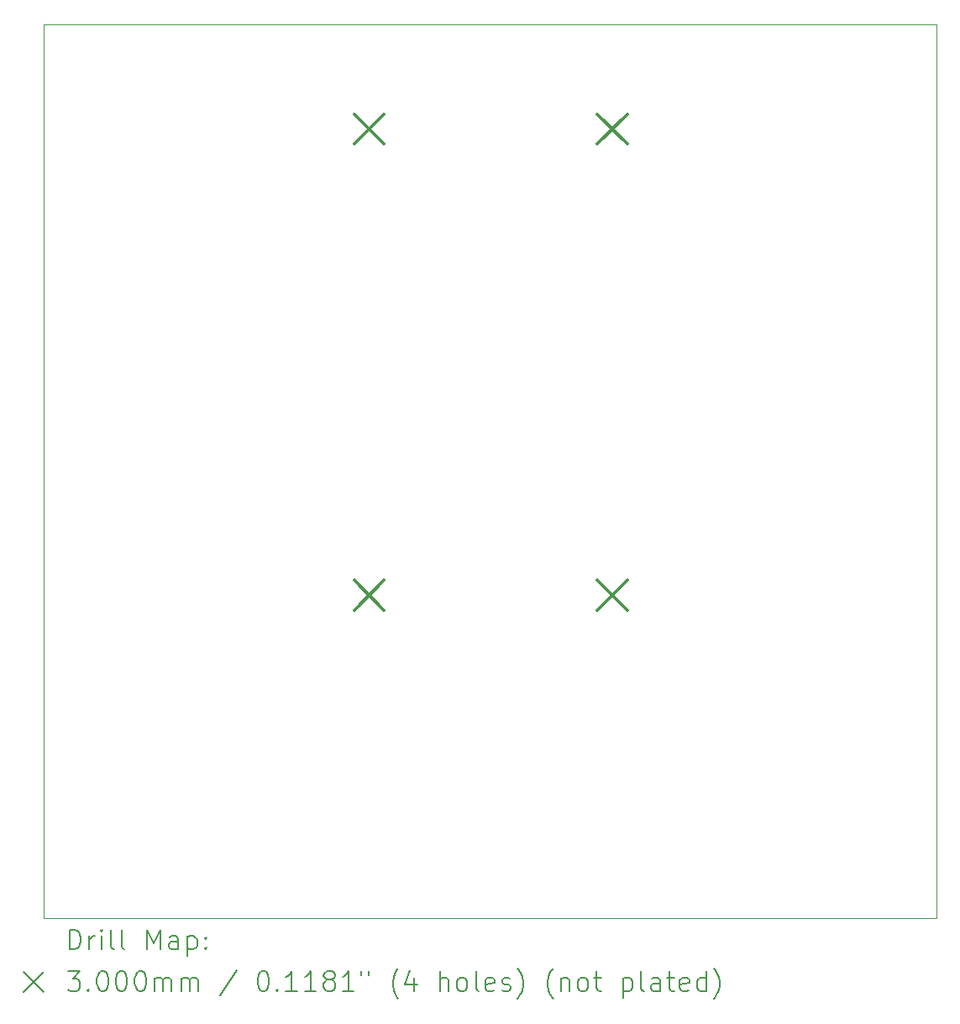
<source format=gbr>
%TF.GenerationSoftware,KiCad,Pcbnew,8.0.8*%
%TF.CreationDate,2025-02-24T10:42:33-05:00*%
%TF.ProjectId,filamento_3d,66696c61-6d65-46e7-946f-5f33642e6b69,rev?*%
%TF.SameCoordinates,Original*%
%TF.FileFunction,Drillmap*%
%TF.FilePolarity,Positive*%
%FSLAX45Y45*%
G04 Gerber Fmt 4.5, Leading zero omitted, Abs format (unit mm)*
G04 Created by KiCad (PCBNEW 8.0.8) date 2025-02-24 10:42:33*
%MOMM*%
%LPD*%
G01*
G04 APERTURE LIST*
%ADD10C,0.050000*%
%ADD11C,0.200000*%
%ADD12C,0.300000*%
G04 APERTURE END LIST*
D10*
X10054541Y-6000000D02*
X19054541Y-6000000D01*
X19054541Y-15000000D01*
X10054541Y-15000000D01*
X10054541Y-6000000D01*
D11*
D12*
X13181541Y-6901000D02*
X13481541Y-7201000D01*
X13481541Y-6901000D02*
X13181541Y-7201000D01*
X13181541Y-11596000D02*
X13481541Y-11896000D01*
X13481541Y-11596000D02*
X13181541Y-11896000D01*
X15632541Y-6901000D02*
X15932541Y-7201000D01*
X15932541Y-6901000D02*
X15632541Y-7201000D01*
X15632541Y-11596000D02*
X15932541Y-11896000D01*
X15932541Y-11596000D02*
X15632541Y-11896000D01*
D11*
X10312817Y-15313984D02*
X10312817Y-15113984D01*
X10312817Y-15113984D02*
X10360436Y-15113984D01*
X10360436Y-15113984D02*
X10389008Y-15123508D01*
X10389008Y-15123508D02*
X10408056Y-15142555D01*
X10408056Y-15142555D02*
X10417579Y-15161603D01*
X10417579Y-15161603D02*
X10427103Y-15199698D01*
X10427103Y-15199698D02*
X10427103Y-15228269D01*
X10427103Y-15228269D02*
X10417579Y-15266365D01*
X10417579Y-15266365D02*
X10408056Y-15285412D01*
X10408056Y-15285412D02*
X10389008Y-15304460D01*
X10389008Y-15304460D02*
X10360436Y-15313984D01*
X10360436Y-15313984D02*
X10312817Y-15313984D01*
X10512817Y-15313984D02*
X10512817Y-15180650D01*
X10512817Y-15218746D02*
X10522341Y-15199698D01*
X10522341Y-15199698D02*
X10531865Y-15190174D01*
X10531865Y-15190174D02*
X10550913Y-15180650D01*
X10550913Y-15180650D02*
X10569960Y-15180650D01*
X10636627Y-15313984D02*
X10636627Y-15180650D01*
X10636627Y-15113984D02*
X10627103Y-15123508D01*
X10627103Y-15123508D02*
X10636627Y-15133031D01*
X10636627Y-15133031D02*
X10646151Y-15123508D01*
X10646151Y-15123508D02*
X10636627Y-15113984D01*
X10636627Y-15113984D02*
X10636627Y-15133031D01*
X10760436Y-15313984D02*
X10741389Y-15304460D01*
X10741389Y-15304460D02*
X10731865Y-15285412D01*
X10731865Y-15285412D02*
X10731865Y-15113984D01*
X10865198Y-15313984D02*
X10846151Y-15304460D01*
X10846151Y-15304460D02*
X10836627Y-15285412D01*
X10836627Y-15285412D02*
X10836627Y-15113984D01*
X11093770Y-15313984D02*
X11093770Y-15113984D01*
X11093770Y-15113984D02*
X11160437Y-15256841D01*
X11160437Y-15256841D02*
X11227103Y-15113984D01*
X11227103Y-15113984D02*
X11227103Y-15313984D01*
X11408055Y-15313984D02*
X11408055Y-15209222D01*
X11408055Y-15209222D02*
X11398532Y-15190174D01*
X11398532Y-15190174D02*
X11379484Y-15180650D01*
X11379484Y-15180650D02*
X11341389Y-15180650D01*
X11341389Y-15180650D02*
X11322341Y-15190174D01*
X11408055Y-15304460D02*
X11389008Y-15313984D01*
X11389008Y-15313984D02*
X11341389Y-15313984D01*
X11341389Y-15313984D02*
X11322341Y-15304460D01*
X11322341Y-15304460D02*
X11312817Y-15285412D01*
X11312817Y-15285412D02*
X11312817Y-15266365D01*
X11312817Y-15266365D02*
X11322341Y-15247317D01*
X11322341Y-15247317D02*
X11341389Y-15237793D01*
X11341389Y-15237793D02*
X11389008Y-15237793D01*
X11389008Y-15237793D02*
X11408055Y-15228269D01*
X11503294Y-15180650D02*
X11503294Y-15380650D01*
X11503294Y-15190174D02*
X11522341Y-15180650D01*
X11522341Y-15180650D02*
X11560436Y-15180650D01*
X11560436Y-15180650D02*
X11579484Y-15190174D01*
X11579484Y-15190174D02*
X11589008Y-15199698D01*
X11589008Y-15199698D02*
X11598532Y-15218746D01*
X11598532Y-15218746D02*
X11598532Y-15275888D01*
X11598532Y-15275888D02*
X11589008Y-15294936D01*
X11589008Y-15294936D02*
X11579484Y-15304460D01*
X11579484Y-15304460D02*
X11560436Y-15313984D01*
X11560436Y-15313984D02*
X11522341Y-15313984D01*
X11522341Y-15313984D02*
X11503294Y-15304460D01*
X11684246Y-15294936D02*
X11693770Y-15304460D01*
X11693770Y-15304460D02*
X11684246Y-15313984D01*
X11684246Y-15313984D02*
X11674722Y-15304460D01*
X11674722Y-15304460D02*
X11684246Y-15294936D01*
X11684246Y-15294936D02*
X11684246Y-15313984D01*
X11684246Y-15190174D02*
X11693770Y-15199698D01*
X11693770Y-15199698D02*
X11684246Y-15209222D01*
X11684246Y-15209222D02*
X11674722Y-15199698D01*
X11674722Y-15199698D02*
X11684246Y-15190174D01*
X11684246Y-15190174D02*
X11684246Y-15209222D01*
X9852041Y-15542500D02*
X10052041Y-15742500D01*
X10052041Y-15542500D02*
X9852041Y-15742500D01*
X10293770Y-15533984D02*
X10417579Y-15533984D01*
X10417579Y-15533984D02*
X10350913Y-15610174D01*
X10350913Y-15610174D02*
X10379484Y-15610174D01*
X10379484Y-15610174D02*
X10398532Y-15619698D01*
X10398532Y-15619698D02*
X10408056Y-15629222D01*
X10408056Y-15629222D02*
X10417579Y-15648269D01*
X10417579Y-15648269D02*
X10417579Y-15695888D01*
X10417579Y-15695888D02*
X10408056Y-15714936D01*
X10408056Y-15714936D02*
X10398532Y-15724460D01*
X10398532Y-15724460D02*
X10379484Y-15733984D01*
X10379484Y-15733984D02*
X10322341Y-15733984D01*
X10322341Y-15733984D02*
X10303294Y-15724460D01*
X10303294Y-15724460D02*
X10293770Y-15714936D01*
X10503294Y-15714936D02*
X10512817Y-15724460D01*
X10512817Y-15724460D02*
X10503294Y-15733984D01*
X10503294Y-15733984D02*
X10493770Y-15724460D01*
X10493770Y-15724460D02*
X10503294Y-15714936D01*
X10503294Y-15714936D02*
X10503294Y-15733984D01*
X10636627Y-15533984D02*
X10655675Y-15533984D01*
X10655675Y-15533984D02*
X10674722Y-15543508D01*
X10674722Y-15543508D02*
X10684246Y-15553031D01*
X10684246Y-15553031D02*
X10693770Y-15572079D01*
X10693770Y-15572079D02*
X10703294Y-15610174D01*
X10703294Y-15610174D02*
X10703294Y-15657793D01*
X10703294Y-15657793D02*
X10693770Y-15695888D01*
X10693770Y-15695888D02*
X10684246Y-15714936D01*
X10684246Y-15714936D02*
X10674722Y-15724460D01*
X10674722Y-15724460D02*
X10655675Y-15733984D01*
X10655675Y-15733984D02*
X10636627Y-15733984D01*
X10636627Y-15733984D02*
X10617579Y-15724460D01*
X10617579Y-15724460D02*
X10608056Y-15714936D01*
X10608056Y-15714936D02*
X10598532Y-15695888D01*
X10598532Y-15695888D02*
X10589008Y-15657793D01*
X10589008Y-15657793D02*
X10589008Y-15610174D01*
X10589008Y-15610174D02*
X10598532Y-15572079D01*
X10598532Y-15572079D02*
X10608056Y-15553031D01*
X10608056Y-15553031D02*
X10617579Y-15543508D01*
X10617579Y-15543508D02*
X10636627Y-15533984D01*
X10827103Y-15533984D02*
X10846151Y-15533984D01*
X10846151Y-15533984D02*
X10865198Y-15543508D01*
X10865198Y-15543508D02*
X10874722Y-15553031D01*
X10874722Y-15553031D02*
X10884246Y-15572079D01*
X10884246Y-15572079D02*
X10893770Y-15610174D01*
X10893770Y-15610174D02*
X10893770Y-15657793D01*
X10893770Y-15657793D02*
X10884246Y-15695888D01*
X10884246Y-15695888D02*
X10874722Y-15714936D01*
X10874722Y-15714936D02*
X10865198Y-15724460D01*
X10865198Y-15724460D02*
X10846151Y-15733984D01*
X10846151Y-15733984D02*
X10827103Y-15733984D01*
X10827103Y-15733984D02*
X10808056Y-15724460D01*
X10808056Y-15724460D02*
X10798532Y-15714936D01*
X10798532Y-15714936D02*
X10789008Y-15695888D01*
X10789008Y-15695888D02*
X10779484Y-15657793D01*
X10779484Y-15657793D02*
X10779484Y-15610174D01*
X10779484Y-15610174D02*
X10789008Y-15572079D01*
X10789008Y-15572079D02*
X10798532Y-15553031D01*
X10798532Y-15553031D02*
X10808056Y-15543508D01*
X10808056Y-15543508D02*
X10827103Y-15533984D01*
X11017579Y-15533984D02*
X11036627Y-15533984D01*
X11036627Y-15533984D02*
X11055675Y-15543508D01*
X11055675Y-15543508D02*
X11065198Y-15553031D01*
X11065198Y-15553031D02*
X11074722Y-15572079D01*
X11074722Y-15572079D02*
X11084246Y-15610174D01*
X11084246Y-15610174D02*
X11084246Y-15657793D01*
X11084246Y-15657793D02*
X11074722Y-15695888D01*
X11074722Y-15695888D02*
X11065198Y-15714936D01*
X11065198Y-15714936D02*
X11055675Y-15724460D01*
X11055675Y-15724460D02*
X11036627Y-15733984D01*
X11036627Y-15733984D02*
X11017579Y-15733984D01*
X11017579Y-15733984D02*
X10998532Y-15724460D01*
X10998532Y-15724460D02*
X10989008Y-15714936D01*
X10989008Y-15714936D02*
X10979484Y-15695888D01*
X10979484Y-15695888D02*
X10969960Y-15657793D01*
X10969960Y-15657793D02*
X10969960Y-15610174D01*
X10969960Y-15610174D02*
X10979484Y-15572079D01*
X10979484Y-15572079D02*
X10989008Y-15553031D01*
X10989008Y-15553031D02*
X10998532Y-15543508D01*
X10998532Y-15543508D02*
X11017579Y-15533984D01*
X11169960Y-15733984D02*
X11169960Y-15600650D01*
X11169960Y-15619698D02*
X11179484Y-15610174D01*
X11179484Y-15610174D02*
X11198532Y-15600650D01*
X11198532Y-15600650D02*
X11227103Y-15600650D01*
X11227103Y-15600650D02*
X11246151Y-15610174D01*
X11246151Y-15610174D02*
X11255675Y-15629222D01*
X11255675Y-15629222D02*
X11255675Y-15733984D01*
X11255675Y-15629222D02*
X11265198Y-15610174D01*
X11265198Y-15610174D02*
X11284246Y-15600650D01*
X11284246Y-15600650D02*
X11312817Y-15600650D01*
X11312817Y-15600650D02*
X11331865Y-15610174D01*
X11331865Y-15610174D02*
X11341389Y-15629222D01*
X11341389Y-15629222D02*
X11341389Y-15733984D01*
X11436627Y-15733984D02*
X11436627Y-15600650D01*
X11436627Y-15619698D02*
X11446151Y-15610174D01*
X11446151Y-15610174D02*
X11465198Y-15600650D01*
X11465198Y-15600650D02*
X11493770Y-15600650D01*
X11493770Y-15600650D02*
X11512817Y-15610174D01*
X11512817Y-15610174D02*
X11522341Y-15629222D01*
X11522341Y-15629222D02*
X11522341Y-15733984D01*
X11522341Y-15629222D02*
X11531865Y-15610174D01*
X11531865Y-15610174D02*
X11550913Y-15600650D01*
X11550913Y-15600650D02*
X11579484Y-15600650D01*
X11579484Y-15600650D02*
X11598532Y-15610174D01*
X11598532Y-15610174D02*
X11608056Y-15629222D01*
X11608056Y-15629222D02*
X11608056Y-15733984D01*
X11998532Y-15524460D02*
X11827103Y-15781603D01*
X12255675Y-15533984D02*
X12274722Y-15533984D01*
X12274722Y-15533984D02*
X12293770Y-15543508D01*
X12293770Y-15543508D02*
X12303294Y-15553031D01*
X12303294Y-15553031D02*
X12312818Y-15572079D01*
X12312818Y-15572079D02*
X12322341Y-15610174D01*
X12322341Y-15610174D02*
X12322341Y-15657793D01*
X12322341Y-15657793D02*
X12312818Y-15695888D01*
X12312818Y-15695888D02*
X12303294Y-15714936D01*
X12303294Y-15714936D02*
X12293770Y-15724460D01*
X12293770Y-15724460D02*
X12274722Y-15733984D01*
X12274722Y-15733984D02*
X12255675Y-15733984D01*
X12255675Y-15733984D02*
X12236627Y-15724460D01*
X12236627Y-15724460D02*
X12227103Y-15714936D01*
X12227103Y-15714936D02*
X12217579Y-15695888D01*
X12217579Y-15695888D02*
X12208056Y-15657793D01*
X12208056Y-15657793D02*
X12208056Y-15610174D01*
X12208056Y-15610174D02*
X12217579Y-15572079D01*
X12217579Y-15572079D02*
X12227103Y-15553031D01*
X12227103Y-15553031D02*
X12236627Y-15543508D01*
X12236627Y-15543508D02*
X12255675Y-15533984D01*
X12408056Y-15714936D02*
X12417579Y-15724460D01*
X12417579Y-15724460D02*
X12408056Y-15733984D01*
X12408056Y-15733984D02*
X12398532Y-15724460D01*
X12398532Y-15724460D02*
X12408056Y-15714936D01*
X12408056Y-15714936D02*
X12408056Y-15733984D01*
X12608056Y-15733984D02*
X12493770Y-15733984D01*
X12550913Y-15733984D02*
X12550913Y-15533984D01*
X12550913Y-15533984D02*
X12531865Y-15562555D01*
X12531865Y-15562555D02*
X12512818Y-15581603D01*
X12512818Y-15581603D02*
X12493770Y-15591127D01*
X12798532Y-15733984D02*
X12684246Y-15733984D01*
X12741389Y-15733984D02*
X12741389Y-15533984D01*
X12741389Y-15533984D02*
X12722341Y-15562555D01*
X12722341Y-15562555D02*
X12703294Y-15581603D01*
X12703294Y-15581603D02*
X12684246Y-15591127D01*
X12912818Y-15619698D02*
X12893770Y-15610174D01*
X12893770Y-15610174D02*
X12884246Y-15600650D01*
X12884246Y-15600650D02*
X12874722Y-15581603D01*
X12874722Y-15581603D02*
X12874722Y-15572079D01*
X12874722Y-15572079D02*
X12884246Y-15553031D01*
X12884246Y-15553031D02*
X12893770Y-15543508D01*
X12893770Y-15543508D02*
X12912818Y-15533984D01*
X12912818Y-15533984D02*
X12950913Y-15533984D01*
X12950913Y-15533984D02*
X12969960Y-15543508D01*
X12969960Y-15543508D02*
X12979484Y-15553031D01*
X12979484Y-15553031D02*
X12989008Y-15572079D01*
X12989008Y-15572079D02*
X12989008Y-15581603D01*
X12989008Y-15581603D02*
X12979484Y-15600650D01*
X12979484Y-15600650D02*
X12969960Y-15610174D01*
X12969960Y-15610174D02*
X12950913Y-15619698D01*
X12950913Y-15619698D02*
X12912818Y-15619698D01*
X12912818Y-15619698D02*
X12893770Y-15629222D01*
X12893770Y-15629222D02*
X12884246Y-15638746D01*
X12884246Y-15638746D02*
X12874722Y-15657793D01*
X12874722Y-15657793D02*
X12874722Y-15695888D01*
X12874722Y-15695888D02*
X12884246Y-15714936D01*
X12884246Y-15714936D02*
X12893770Y-15724460D01*
X12893770Y-15724460D02*
X12912818Y-15733984D01*
X12912818Y-15733984D02*
X12950913Y-15733984D01*
X12950913Y-15733984D02*
X12969960Y-15724460D01*
X12969960Y-15724460D02*
X12979484Y-15714936D01*
X12979484Y-15714936D02*
X12989008Y-15695888D01*
X12989008Y-15695888D02*
X12989008Y-15657793D01*
X12989008Y-15657793D02*
X12979484Y-15638746D01*
X12979484Y-15638746D02*
X12969960Y-15629222D01*
X12969960Y-15629222D02*
X12950913Y-15619698D01*
X13179484Y-15733984D02*
X13065199Y-15733984D01*
X13122341Y-15733984D02*
X13122341Y-15533984D01*
X13122341Y-15533984D02*
X13103294Y-15562555D01*
X13103294Y-15562555D02*
X13084246Y-15581603D01*
X13084246Y-15581603D02*
X13065199Y-15591127D01*
X13255675Y-15533984D02*
X13255675Y-15572079D01*
X13331865Y-15533984D02*
X13331865Y-15572079D01*
X13627103Y-15810174D02*
X13617580Y-15800650D01*
X13617580Y-15800650D02*
X13598532Y-15772079D01*
X13598532Y-15772079D02*
X13589008Y-15753031D01*
X13589008Y-15753031D02*
X13579484Y-15724460D01*
X13579484Y-15724460D02*
X13569961Y-15676841D01*
X13569961Y-15676841D02*
X13569961Y-15638746D01*
X13569961Y-15638746D02*
X13579484Y-15591127D01*
X13579484Y-15591127D02*
X13589008Y-15562555D01*
X13589008Y-15562555D02*
X13598532Y-15543508D01*
X13598532Y-15543508D02*
X13617580Y-15514936D01*
X13617580Y-15514936D02*
X13627103Y-15505412D01*
X13789008Y-15600650D02*
X13789008Y-15733984D01*
X13741389Y-15524460D02*
X13693770Y-15667317D01*
X13693770Y-15667317D02*
X13817580Y-15667317D01*
X14046151Y-15733984D02*
X14046151Y-15533984D01*
X14131865Y-15733984D02*
X14131865Y-15629222D01*
X14131865Y-15629222D02*
X14122342Y-15610174D01*
X14122342Y-15610174D02*
X14103294Y-15600650D01*
X14103294Y-15600650D02*
X14074722Y-15600650D01*
X14074722Y-15600650D02*
X14055675Y-15610174D01*
X14055675Y-15610174D02*
X14046151Y-15619698D01*
X14255675Y-15733984D02*
X14236627Y-15724460D01*
X14236627Y-15724460D02*
X14227103Y-15714936D01*
X14227103Y-15714936D02*
X14217580Y-15695888D01*
X14217580Y-15695888D02*
X14217580Y-15638746D01*
X14217580Y-15638746D02*
X14227103Y-15619698D01*
X14227103Y-15619698D02*
X14236627Y-15610174D01*
X14236627Y-15610174D02*
X14255675Y-15600650D01*
X14255675Y-15600650D02*
X14284246Y-15600650D01*
X14284246Y-15600650D02*
X14303294Y-15610174D01*
X14303294Y-15610174D02*
X14312818Y-15619698D01*
X14312818Y-15619698D02*
X14322342Y-15638746D01*
X14322342Y-15638746D02*
X14322342Y-15695888D01*
X14322342Y-15695888D02*
X14312818Y-15714936D01*
X14312818Y-15714936D02*
X14303294Y-15724460D01*
X14303294Y-15724460D02*
X14284246Y-15733984D01*
X14284246Y-15733984D02*
X14255675Y-15733984D01*
X14436627Y-15733984D02*
X14417580Y-15724460D01*
X14417580Y-15724460D02*
X14408056Y-15705412D01*
X14408056Y-15705412D02*
X14408056Y-15533984D01*
X14589008Y-15724460D02*
X14569961Y-15733984D01*
X14569961Y-15733984D02*
X14531865Y-15733984D01*
X14531865Y-15733984D02*
X14512818Y-15724460D01*
X14512818Y-15724460D02*
X14503294Y-15705412D01*
X14503294Y-15705412D02*
X14503294Y-15629222D01*
X14503294Y-15629222D02*
X14512818Y-15610174D01*
X14512818Y-15610174D02*
X14531865Y-15600650D01*
X14531865Y-15600650D02*
X14569961Y-15600650D01*
X14569961Y-15600650D02*
X14589008Y-15610174D01*
X14589008Y-15610174D02*
X14598532Y-15629222D01*
X14598532Y-15629222D02*
X14598532Y-15648269D01*
X14598532Y-15648269D02*
X14503294Y-15667317D01*
X14674723Y-15724460D02*
X14693770Y-15733984D01*
X14693770Y-15733984D02*
X14731865Y-15733984D01*
X14731865Y-15733984D02*
X14750913Y-15724460D01*
X14750913Y-15724460D02*
X14760437Y-15705412D01*
X14760437Y-15705412D02*
X14760437Y-15695888D01*
X14760437Y-15695888D02*
X14750913Y-15676841D01*
X14750913Y-15676841D02*
X14731865Y-15667317D01*
X14731865Y-15667317D02*
X14703294Y-15667317D01*
X14703294Y-15667317D02*
X14684246Y-15657793D01*
X14684246Y-15657793D02*
X14674723Y-15638746D01*
X14674723Y-15638746D02*
X14674723Y-15629222D01*
X14674723Y-15629222D02*
X14684246Y-15610174D01*
X14684246Y-15610174D02*
X14703294Y-15600650D01*
X14703294Y-15600650D02*
X14731865Y-15600650D01*
X14731865Y-15600650D02*
X14750913Y-15610174D01*
X14827104Y-15810174D02*
X14836627Y-15800650D01*
X14836627Y-15800650D02*
X14855675Y-15772079D01*
X14855675Y-15772079D02*
X14865199Y-15753031D01*
X14865199Y-15753031D02*
X14874723Y-15724460D01*
X14874723Y-15724460D02*
X14884246Y-15676841D01*
X14884246Y-15676841D02*
X14884246Y-15638746D01*
X14884246Y-15638746D02*
X14874723Y-15591127D01*
X14874723Y-15591127D02*
X14865199Y-15562555D01*
X14865199Y-15562555D02*
X14855675Y-15543508D01*
X14855675Y-15543508D02*
X14836627Y-15514936D01*
X14836627Y-15514936D02*
X14827104Y-15505412D01*
X15189008Y-15810174D02*
X15179484Y-15800650D01*
X15179484Y-15800650D02*
X15160437Y-15772079D01*
X15160437Y-15772079D02*
X15150913Y-15753031D01*
X15150913Y-15753031D02*
X15141389Y-15724460D01*
X15141389Y-15724460D02*
X15131865Y-15676841D01*
X15131865Y-15676841D02*
X15131865Y-15638746D01*
X15131865Y-15638746D02*
X15141389Y-15591127D01*
X15141389Y-15591127D02*
X15150913Y-15562555D01*
X15150913Y-15562555D02*
X15160437Y-15543508D01*
X15160437Y-15543508D02*
X15179484Y-15514936D01*
X15179484Y-15514936D02*
X15189008Y-15505412D01*
X15265199Y-15600650D02*
X15265199Y-15733984D01*
X15265199Y-15619698D02*
X15274723Y-15610174D01*
X15274723Y-15610174D02*
X15293770Y-15600650D01*
X15293770Y-15600650D02*
X15322342Y-15600650D01*
X15322342Y-15600650D02*
X15341389Y-15610174D01*
X15341389Y-15610174D02*
X15350913Y-15629222D01*
X15350913Y-15629222D02*
X15350913Y-15733984D01*
X15474723Y-15733984D02*
X15455675Y-15724460D01*
X15455675Y-15724460D02*
X15446151Y-15714936D01*
X15446151Y-15714936D02*
X15436627Y-15695888D01*
X15436627Y-15695888D02*
X15436627Y-15638746D01*
X15436627Y-15638746D02*
X15446151Y-15619698D01*
X15446151Y-15619698D02*
X15455675Y-15610174D01*
X15455675Y-15610174D02*
X15474723Y-15600650D01*
X15474723Y-15600650D02*
X15503294Y-15600650D01*
X15503294Y-15600650D02*
X15522342Y-15610174D01*
X15522342Y-15610174D02*
X15531865Y-15619698D01*
X15531865Y-15619698D02*
X15541389Y-15638746D01*
X15541389Y-15638746D02*
X15541389Y-15695888D01*
X15541389Y-15695888D02*
X15531865Y-15714936D01*
X15531865Y-15714936D02*
X15522342Y-15724460D01*
X15522342Y-15724460D02*
X15503294Y-15733984D01*
X15503294Y-15733984D02*
X15474723Y-15733984D01*
X15598532Y-15600650D02*
X15674723Y-15600650D01*
X15627104Y-15533984D02*
X15627104Y-15705412D01*
X15627104Y-15705412D02*
X15636627Y-15724460D01*
X15636627Y-15724460D02*
X15655675Y-15733984D01*
X15655675Y-15733984D02*
X15674723Y-15733984D01*
X15893770Y-15600650D02*
X15893770Y-15800650D01*
X15893770Y-15610174D02*
X15912818Y-15600650D01*
X15912818Y-15600650D02*
X15950913Y-15600650D01*
X15950913Y-15600650D02*
X15969961Y-15610174D01*
X15969961Y-15610174D02*
X15979485Y-15619698D01*
X15979485Y-15619698D02*
X15989008Y-15638746D01*
X15989008Y-15638746D02*
X15989008Y-15695888D01*
X15989008Y-15695888D02*
X15979485Y-15714936D01*
X15979485Y-15714936D02*
X15969961Y-15724460D01*
X15969961Y-15724460D02*
X15950913Y-15733984D01*
X15950913Y-15733984D02*
X15912818Y-15733984D01*
X15912818Y-15733984D02*
X15893770Y-15724460D01*
X16103294Y-15733984D02*
X16084246Y-15724460D01*
X16084246Y-15724460D02*
X16074723Y-15705412D01*
X16074723Y-15705412D02*
X16074723Y-15533984D01*
X16265199Y-15733984D02*
X16265199Y-15629222D01*
X16265199Y-15629222D02*
X16255675Y-15610174D01*
X16255675Y-15610174D02*
X16236627Y-15600650D01*
X16236627Y-15600650D02*
X16198532Y-15600650D01*
X16198532Y-15600650D02*
X16179485Y-15610174D01*
X16265199Y-15724460D02*
X16246151Y-15733984D01*
X16246151Y-15733984D02*
X16198532Y-15733984D01*
X16198532Y-15733984D02*
X16179485Y-15724460D01*
X16179485Y-15724460D02*
X16169961Y-15705412D01*
X16169961Y-15705412D02*
X16169961Y-15686365D01*
X16169961Y-15686365D02*
X16179485Y-15667317D01*
X16179485Y-15667317D02*
X16198532Y-15657793D01*
X16198532Y-15657793D02*
X16246151Y-15657793D01*
X16246151Y-15657793D02*
X16265199Y-15648269D01*
X16331866Y-15600650D02*
X16408056Y-15600650D01*
X16360437Y-15533984D02*
X16360437Y-15705412D01*
X16360437Y-15705412D02*
X16369961Y-15724460D01*
X16369961Y-15724460D02*
X16389008Y-15733984D01*
X16389008Y-15733984D02*
X16408056Y-15733984D01*
X16550913Y-15724460D02*
X16531866Y-15733984D01*
X16531866Y-15733984D02*
X16493770Y-15733984D01*
X16493770Y-15733984D02*
X16474723Y-15724460D01*
X16474723Y-15724460D02*
X16465199Y-15705412D01*
X16465199Y-15705412D02*
X16465199Y-15629222D01*
X16465199Y-15629222D02*
X16474723Y-15610174D01*
X16474723Y-15610174D02*
X16493770Y-15600650D01*
X16493770Y-15600650D02*
X16531866Y-15600650D01*
X16531866Y-15600650D02*
X16550913Y-15610174D01*
X16550913Y-15610174D02*
X16560437Y-15629222D01*
X16560437Y-15629222D02*
X16560437Y-15648269D01*
X16560437Y-15648269D02*
X16465199Y-15667317D01*
X16731866Y-15733984D02*
X16731866Y-15533984D01*
X16731866Y-15724460D02*
X16712818Y-15733984D01*
X16712818Y-15733984D02*
X16674723Y-15733984D01*
X16674723Y-15733984D02*
X16655675Y-15724460D01*
X16655675Y-15724460D02*
X16646151Y-15714936D01*
X16646151Y-15714936D02*
X16636627Y-15695888D01*
X16636627Y-15695888D02*
X16636627Y-15638746D01*
X16636627Y-15638746D02*
X16646151Y-15619698D01*
X16646151Y-15619698D02*
X16655675Y-15610174D01*
X16655675Y-15610174D02*
X16674723Y-15600650D01*
X16674723Y-15600650D02*
X16712818Y-15600650D01*
X16712818Y-15600650D02*
X16731866Y-15610174D01*
X16808056Y-15810174D02*
X16817580Y-15800650D01*
X16817580Y-15800650D02*
X16836628Y-15772079D01*
X16836628Y-15772079D02*
X16846151Y-15753031D01*
X16846151Y-15753031D02*
X16855675Y-15724460D01*
X16855675Y-15724460D02*
X16865199Y-15676841D01*
X16865199Y-15676841D02*
X16865199Y-15638746D01*
X16865199Y-15638746D02*
X16855675Y-15591127D01*
X16855675Y-15591127D02*
X16846151Y-15562555D01*
X16846151Y-15562555D02*
X16836628Y-15543508D01*
X16836628Y-15543508D02*
X16817580Y-15514936D01*
X16817580Y-15514936D02*
X16808056Y-15505412D01*
M02*

</source>
